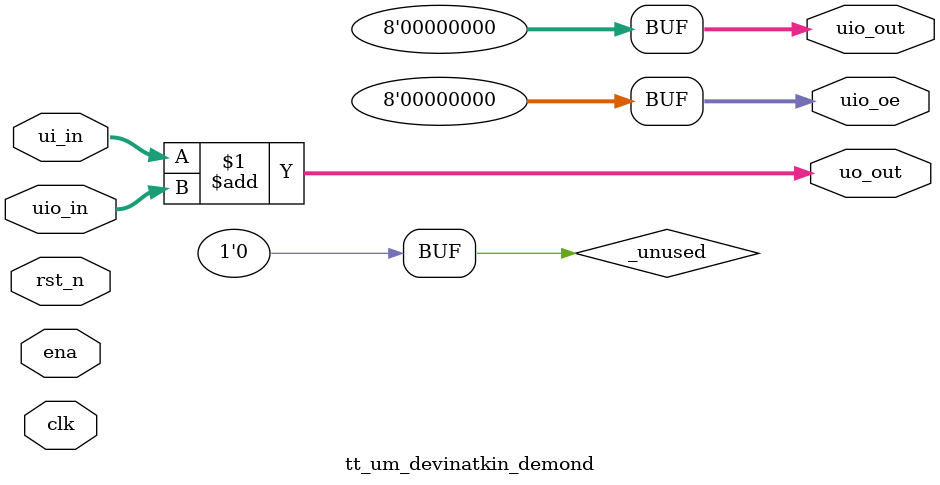
<source format=v>
/*
 * Copyright (c) 2024 Your Name
 * SPDX-License-Identifier: Apache-2.0
 */

`default_nettype none

module tt_um_devinatkin_demond (
    input  wire [7:0] ui_in,    // Dedicated inputs
    output wire [7:0] uo_out,   // Dedicated outputs
    input  wire [7:0] uio_in,   // IOs: Input path
    output wire [7:0] uio_out,  // IOs: Output path
    output wire [7:0] uio_oe,   // IOs: Enable path (active high: 0=input, 1=output)
    input  wire       ena,      // always 1 when the design is powered, so you can ignore it
    input  wire       clk,      // clock
    input  wire       rst_n     // reset_n - low to reset
);

  // All output pins must be assigned. If not used, assign to 0.
  assign uo_out  = ui_in + uio_in;  // Example: ou_out is the sum of ui_in and uio_in
  assign uio_out = 0;
  assign uio_oe  = 0;

  // List all unused inputs to prevent warnings
  wire _unused = &{ena, clk, rst_n, 1'b0};

endmodule

</source>
